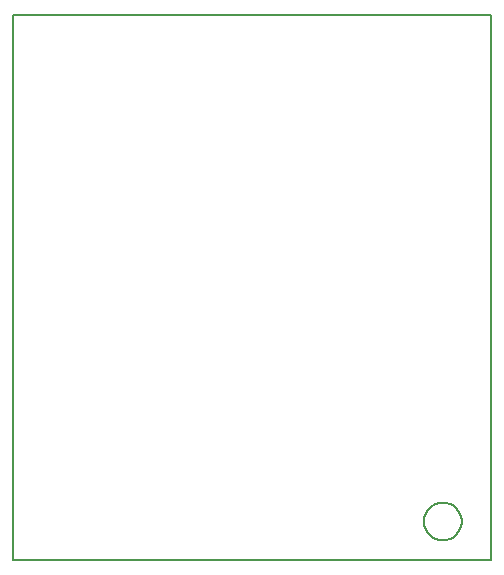
<source format=gbr>
G04 PROTEUS GERBER X2 FILE*
%TF.GenerationSoftware,Labcenter,Proteus,8.17-SP2-Build37159*%
%TF.CreationDate,2024-05-15T17:06:41+00:00*%
%TF.FileFunction,NonPlated,1,2,NPTH*%
%TF.FilePolarity,Positive*%
%TF.Part,Single*%
%TF.SameCoordinates,{8e856c1c-122a-437a-bfc2-24db689c5e76}*%
%FSLAX45Y45*%
%MOMM*%
G01*
%TA.AperFunction,Profile*%
%ADD21C,0.150000*%
%TD.AperFunction*%
D21*
X-2010000Y-2260000D02*
X+2040000Y-2260000D01*
X+2040000Y+2360000D01*
X-2010000Y+2360000D01*
X-2010000Y-2260000D01*
X+1790312Y-1930000D02*
X+1789777Y-1916917D01*
X+1785433Y-1890749D01*
X+1776357Y-1864581D01*
X+1761574Y-1838413D01*
X+1738960Y-1812409D01*
X+1712792Y-1792721D01*
X+1686624Y-1780021D01*
X+1660456Y-1772608D01*
X+1634288Y-1769745D01*
X+1630000Y-1769688D01*
X+1469688Y-1930000D02*
X+1470223Y-1916917D01*
X+1474567Y-1890749D01*
X+1483643Y-1864581D01*
X+1498426Y-1838413D01*
X+1521040Y-1812409D01*
X+1547208Y-1792721D01*
X+1573376Y-1780021D01*
X+1599544Y-1772608D01*
X+1625712Y-1769745D01*
X+1630000Y-1769688D01*
X+1469688Y-1930000D02*
X+1470223Y-1943083D01*
X+1474567Y-1969251D01*
X+1483643Y-1995419D01*
X+1498426Y-2021587D01*
X+1521040Y-2047591D01*
X+1547208Y-2067279D01*
X+1573376Y-2079979D01*
X+1599544Y-2087392D01*
X+1625712Y-2090255D01*
X+1630000Y-2090312D01*
X+1790312Y-1930000D02*
X+1789777Y-1943083D01*
X+1785433Y-1969251D01*
X+1776357Y-1995419D01*
X+1761574Y-2021587D01*
X+1738960Y-2047591D01*
X+1712792Y-2067279D01*
X+1686624Y-2079979D01*
X+1660456Y-2087392D01*
X+1634288Y-2090255D01*
X+1630000Y-2090312D01*
M02*

</source>
